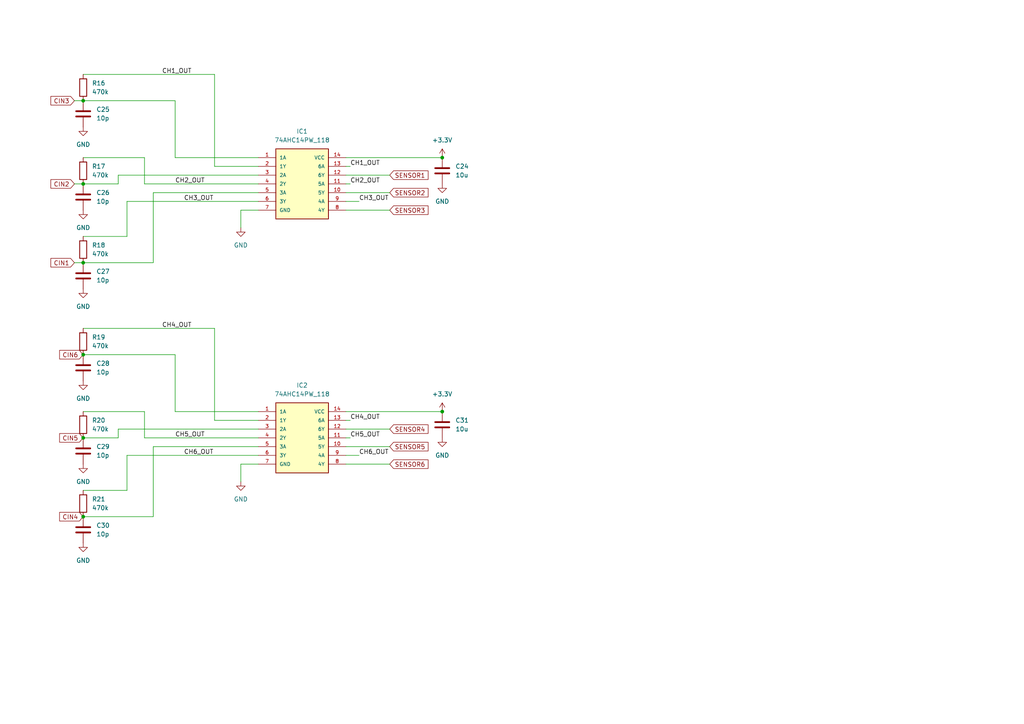
<source format=kicad_sch>
(kicad_sch (version 20231120) (generator "eeschema") (generator_version "8.0")
  (paper "A4")
  (lib_symbols
    (symbol "74AHC14PW_118:74AHC14PW_118" (pin_names (offset 1.016))
      (property "Reference" "IC" (at 21.59 7.62 0))
      (property "Value" "74AHC14PW_118" (at 21.59 5.08 0))
      (symbol "74AHC14PW_118_0_0"
        (rectangle (start 5.08 -17.78) (end 20.32 2.54) (stroke (width 0.254)) (fill (type background)))
        (pin bidirectional line (at 0 0 0) (length 5.08) (name "1A") (number "1"))
        (pin bidirectional line (at 25.4 -10.16 180) (length 5.08) (name "5Y") (number "10"))
        (pin bidirectional line (at 25.4 -7.62 180) (length 5.08) (name "5A") (number "11"))
        (pin bidirectional line (at 25.4 -5.08 180) (length 5.08) (name "6Y") (number "12"))
        (pin bidirectional line (at 25.4 -2.54 180) (length 5.08) (name "6A") (number "13"))
        (pin bidirectional line (at 25.4 0 180) (length 5.08) (name "VCC") (number "14"))
        (pin bidirectional line (at 0 -2.54 0) (length 5.08) (name "1Y") (number "2"))
        (pin bidirectional line (at 0 -5.08 0) (length 5.08) (name "2A") (number "3"))
        (pin bidirectional line (at 0 -7.62 0) (length 5.08) (name "2Y") (number "4"))
        (pin bidirectional line (at 0 -10.16 0) (length 5.08) (name "3A") (number "5"))
        (pin bidirectional line (at 0 -12.7 0) (length 5.08) (name "3Y") (number "6"))
        (pin bidirectional line (at 0 -15.24 0) (length 5.08) (name "GND") (number "7"))
        (pin bidirectional line (at 25.4 -15.24 180) (length 5.08) (name "4Y") (number "8"))
        (pin bidirectional line (at 25.4 -12.7 180) (length 5.08) (name "4A") (number "9"))
      )
    )
    (symbol "Device:C" (pin_numbers hide) (pin_names (offset 0.254))
      (property "Reference" "C" (at 0.635 2.54 0))
      (property "Value" "C" (at 0.635 -2.54 0))
      (symbol "C_0_1"
        (polyline (pts (xy -2.032 -0.762) (xy 2.032 -0.762)) (stroke (width 0.508)))
        (polyline (pts (xy -2.032 0.762) (xy 2.032 0.762)) (stroke (width 0.508)))
      )
      (symbol "C_1_1"
        (pin passive line (at 0 3.81 270) (length 2.794) (name "~") (number "1"))
        (pin passive line (at 0 -3.81 90) (length 2.794) (name "~") (number "2"))
      )
    )
    (symbol "Device:R" (pin_numbers hide) (pin_names (offset 0))
      (property "Reference" "R" (at 2.032 0 90))
      (property "Value" "R" (at 0 0 90))
      (symbol "R_0_1"
        (rectangle (start -1.016 -2.54) (end 1.016 2.54) (stroke (width 0.254)))
      )
      (symbol "R_1_1"
        (pin passive line (at 0 3.81 270) (length 1.27) (name "~") (number "1"))
        (pin passive line (at 0 -3.81 90) (length 1.27) (name "~") (number "2"))
      )
    )
    (symbol "power:+3.3V" (power) (pin_names (offset 0))
      (property "Value" "+3.3V" (at 0 3.556 0))
      (symbol "+3.3V_0_1"
        (polyline (pts (xy -0.762 1.27) (xy 0 2.54)))
        (polyline (pts (xy 0 0) (xy 0 2.54)))
        (polyline (pts (xy 0 2.54) (xy 0.762 1.27)))
      )
      (symbol "+3.3V_1_1"
        (pin power_in line (at 0 0 90) (length 0) hide (name "+3.3V") (number "1"))
      )
    )
    (symbol "power:GND" (power) (pin_numbers hide) (pin_names (offset 0) hide)
      (property "Value" "GND" (at 0 -3.81 0))
      (symbol "GND_0_1"
        (polyline (pts (xy 0 0) (xy 0 -1.27) (xy 1.27 -1.27) (xy 0 -2.54) (xy -1.27 -1.27) (xy 0 -1.27)))
      )
      (symbol "GND_1_1"
        (pin power_in line (at 0 0 270) (length 0) (name "~") (number "1"))
      )
    )
  )
  (junction (at 24.13 149.86))
  (junction (at 24.13 102.87))
  (junction (at 24.13 127))
  (junction (at 24.13 76.2))
  (junction (at 24.13 29.21))
  (junction (at 128.27 119.38))
  (junction (at 24.13 53.34))
  (junction (at 128.27 45.72))
  (wire (pts (xy 74.93 121.92) (xy 62.23 121.92)))
  (wire (pts (xy 100.33 48.26) (xy 101.6 48.26)))
  (wire (pts (xy 100.33 55.88) (xy 113.03 55.88)))
  (wire (pts (xy 44.45 149.86) (xy 24.13 149.86)))
  (wire (pts (xy 100.33 132.08) (xy 104.14 132.08)))
  (wire (pts (xy 21.59 76.2) (xy 24.13 76.2)))
  (wire (pts (xy 62.23 121.92) (xy 62.23 95.25)))
  (wire (pts (xy 36.83 132.08) (xy 36.83 142.24)))
  (wire (pts (xy 41.91 53.34) (xy 41.91 45.72)))
  (wire (pts (xy 50.8 29.21) (xy 50.8 45.72)))
  (wire (pts (xy 74.93 50.8) (xy 34.29 50.8)))
  (wire (pts (xy 44.45 76.2) (xy 24.13 76.2)))
  (wire (pts (xy 74.93 58.42) (xy 36.83 58.42)))
  (wire (pts (xy 36.83 132.08) (xy 74.93 132.08)))
  (wire (pts (xy 100.33 60.96) (xy 113.03 60.96)))
  (wire (pts (xy 50.8 29.21) (xy 24.13 29.21)))
  (wire (pts (xy 62.23 21.59) (xy 24.13 21.59)))
  (wire (pts (xy 74.93 127) (xy 41.91 127)))
  (wire (pts (xy 74.93 48.26) (xy 62.23 48.26)))
  (wire (pts (xy 50.8 102.87) (xy 50.8 119.38)))
  (wire (pts (xy 21.59 29.21) (xy 24.13 29.21)))
  (wire (pts (xy 34.29 124.46) (xy 34.29 127)))
  (wire (pts (xy 62.23 48.26) (xy 62.23 21.59)))
  (wire (pts (xy 100.33 121.92) (xy 101.6 121.92)))
  (wire (pts (xy 41.91 119.38) (xy 24.13 119.38)))
  (wire (pts (xy 74.93 129.54) (xy 44.45 129.54)))
  (wire (pts (xy 34.29 50.8) (xy 34.29 53.34)))
  (wire (pts (xy 74.93 55.88) (xy 44.45 55.88)))
  (wire (pts (xy 74.93 134.62) (xy 69.85 134.62)))
  (wire (pts (xy 74.93 124.46) (xy 34.29 124.46)))
  (wire (pts (xy 69.85 134.62) (xy 69.85 139.7)))
  (wire (pts (xy 36.83 58.42) (xy 36.83 68.58)))
  (wire (pts (xy 74.93 119.38) (xy 50.8 119.38)))
  (wire (pts (xy 100.33 53.34) (xy 101.6 53.34)))
  (wire (pts (xy 100.33 45.72) (xy 128.27 45.72)))
  (wire (pts (xy 44.45 129.54) (xy 44.45 149.86)))
  (wire (pts (xy 74.93 60.96) (xy 69.85 60.96)))
  (wire (pts (xy 100.33 124.46) (xy 113.03 124.46)))
  (wire (pts (xy 34.29 53.34) (xy 24.13 53.34)))
  (wire (pts (xy 74.93 53.34) (xy 41.91 53.34)))
  (wire (pts (xy 36.83 68.58) (xy 24.13 68.58)))
  (wire (pts (xy 41.91 45.72) (xy 24.13 45.72)))
  (wire (pts (xy 50.8 102.87) (xy 24.13 102.87)))
  (wire (pts (xy 100.33 50.8) (xy 113.03 50.8)))
  (wire (pts (xy 41.91 127) (xy 41.91 119.38)))
  (wire (pts (xy 62.23 95.25) (xy 24.13 95.25)))
  (wire (pts (xy 69.85 60.96) (xy 69.85 66.04)))
  (wire (pts (xy 36.83 142.24) (xy 24.13 142.24)))
  (wire (pts (xy 100.33 134.62) (xy 113.03 134.62)))
  (wire (pts (xy 100.33 58.42) (xy 104.14 58.42)))
  (wire (pts (xy 100.33 119.38) (xy 128.27 119.38)))
  (wire (pts (xy 74.93 45.72) (xy 50.8 45.72)))
  (wire (pts (xy 34.29 127) (xy 24.13 127)))
  (wire (pts (xy 44.45 55.88) (xy 44.45 76.2)))
  (wire (pts (xy 100.33 127) (xy 101.6 127)))
  (wire (pts (xy 21.59 53.34) (xy 24.13 53.34)))
  (wire (pts (xy 100.33 129.54) (xy 113.03 129.54)))
  (label "CH1_OUT" (at 46.99 21.59 0))
  (label "CH1_OUT" (at 101.6 48.26 0))
  (label "CH2_OUT" (at 50.8 53.34 0))
  (label "CH3_OUT" (at 104.14 58.42 0))
  (label "CH5_OUT" (at 101.6 127 0))
  (label "CH4_OUT" (at 101.6 121.92 0))
  (label "CH4_OUT" (at 46.99 95.25 0))
  (label "CH2_OUT" (at 101.6 53.34 0))
  (label "CH6_OUT" (at 104.14 132.08 0))
  (label "CH5_OUT" (at 50.8 127 0))
  (label "CH3_OUT" (at 53.34 58.42 0))
  (label "CH6_OUT" (at 53.34 132.08 0))
  (global_label "CIN3" (shape input) (at 21.59 29.21 180) (property "Intersheetrefs" "${INTERSHEET_REFS}" (effects (hide yes))))
  (global_label "CIN1" (shape input) (at 21.59 76.2 180) (property "Intersheetrefs" "${INTERSHEET_REFS}" (effects (hide yes))))
  (global_label "CIN5" (shape input) (at 24.13 127 180) (property "Intersheetrefs" "${INTERSHEET_REFS}" (effects (hide yes))))
  (global_label "SENSOR6" (shape input) (at 113.03 134.62 0) (property "Intersheetrefs" "${INTERSHEET_REFS}" (effects (hide yes))))
  (global_label "CIN4" (shape input) (at 24.13 149.86 180) (property "Intersheetrefs" "${INTERSHEET_REFS}" (effects (hide yes))))
  (global_label "SENSOR2" (shape input) (at 113.03 55.88 0) (property "Intersheetrefs" "${INTERSHEET_REFS}" (effects (hide yes))))
  (global_label "SENSOR5" (shape input) (at 113.03 129.54 0) (property "Intersheetrefs" "${INTERSHEET_REFS}" (effects (hide yes))))
  (global_label "CIN2" (shape input) (at 21.59 53.34 180) (property "Intersheetrefs" "${INTERSHEET_REFS}" (effects (hide yes))))
  (global_label "CIN6" (shape input) (at 24.13 102.87 180) (property "Intersheetrefs" "${INTERSHEET_REFS}" (effects (hide yes))))
  (global_label "SENSOR4" (shape input) (at 113.03 124.46 0) (property "Intersheetrefs" "${INTERSHEET_REFS}" (effects (hide yes))))
  (global_label "SENSOR3" (shape input) (at 113.03 60.96 0) (property "Intersheetrefs" "${INTERSHEET_REFS}" (effects (hide yes))))
  (global_label "SENSOR1" (shape input) (at 113.03 50.8 0) (property "Intersheetrefs" "${INTERSHEET_REFS}" (effects (hide yes))))
  (symbol (lib_id "power:GND") (at 24.13 60.96 0) (unit 1)
    (property "Reference" "#PWR050" (effects (hide yes)))
    (property "Value" "GND" (at 24.13 66.04 0))
    (property "Description" "Power symbol creates a global label with name \"GND\" , ground" (effects (hide yes)))
  )
  (symbol (lib_id "Device:R") (at 24.13 25.4 0) (unit 1)
    (property "Reference" "R16" (at 26.67 24.1299 0) (effects (justify left)))
    (property "Value" "470k" (at 26.67 26.6699 0) (effects (justify left)))
    (property "Footprint" "Resistor_SMD:R_0805_2012Metric_Pad1.20x1.40mm_HandSolder" (effects (hide yes)))
    (property "Description" "Resistor" (effects (hide yes)))
  )
  (symbol (lib_id "Device:R") (at 24.13 146.05 0) (unit 1)
    (property "Reference" "R21" (at 26.67 144.7799 0) (effects (justify left)))
    (property "Value" "470k" (at 26.67 147.3199 0) (effects (justify left)))
    (property "Footprint" "Resistor_SMD:R_0805_2012Metric_Pad1.20x1.40mm_HandSolder" (effects (hide yes)))
    (property "Description" "Resistor" (effects (hide yes)))
  )
  (symbol (lib_id "power:GND") (at 24.13 36.83 0) (unit 1)
    (property "Reference" "#PWR048" (effects (hide yes)))
    (property "Value" "GND" (at 24.13 41.91 0))
    (property "Description" "Power symbol creates a global label with name \"GND\" , ground" (effects (hide yes)))
  )
  (symbol (lib_id "Device:C") (at 24.13 80.01 0) (unit 1)
    (property "Reference" "C27" (at 27.94 78.7399 0) (effects (justify left)))
    (property "Value" "10p" (at 27.94 81.2799 0) (effects (justify left)))
    (property "Footprint" "Capacitor_SMD:C_0805_2012Metric_Pad1.18x1.45mm_HandSolder" (effects (hide yes)))
    (property "Description" "Unpolarized capacitor" (effects (hide yes)))
  )
  (symbol (lib_id "power:GND") (at 128.27 53.34 0) (unit 1)
    (property "Reference" "#PWR075" (effects (hide yes)))
    (property "Value" "GND" (at 128.27 58.42 0))
    (property "Description" "Power symbol creates a global label with name \"GND\" , ground" (effects (hide yes)))
  )
  (symbol (lib_id "power:GND") (at 24.13 110.49 0) (unit 1)
    (property "Reference" "#PWR056" (effects (hide yes)))
    (property "Value" "GND" (at 24.13 115.57 0))
    (property "Description" "Power symbol creates a global label with name \"GND\" , ground" (effects (hide yes)))
  )
  (symbol (lib_id "power:GND") (at 24.13 83.82 0) (unit 1)
    (property "Reference" "#PWR052" (effects (hide yes)))
    (property "Value" "GND" (at 24.13 88.9 0))
    (property "Description" "Power symbol creates a global label with name \"GND\" , ground" (effects (hide yes)))
  )
  (symbol (lib_id "Device:C") (at 24.13 57.15 0) (unit 1)
    (property "Reference" "C26" (at 27.94 55.8799 0) (effects (justify left)))
    (property "Value" "10p" (at 27.94 58.4199 0) (effects (justify left)))
    (property "Footprint" "Capacitor_SMD:C_0805_2012Metric_Pad1.18x1.45mm_HandSolder" (effects (hide yes)))
    (property "Description" "Unpolarized capacitor" (effects (hide yes)))
  )
  (symbol (lib_id "power:+3.3V") (at 128.27 119.38 0) (unit 1)
    (property "Reference" "#PWR077" (effects (hide yes)))
    (property "Value" "+3.3V" (at 128.27 114.3 0))
  )
  (symbol (lib_id "Device:C") (at 24.13 106.68 0) (unit 1)
    (property "Reference" "C28" (at 27.94 105.4099 0) (effects (justify left)))
    (property "Value" "10p" (at 27.94 107.9499 0) (effects (justify left)))
    (property "Footprint" "Capacitor_SMD:C_0805_2012Metric_Pad1.18x1.45mm_HandSolder" (effects (hide yes)))
    (property "Description" "Unpolarized capacitor" (effects (hide yes)))
  )
  (symbol (lib_id "power:+3.3V") (at 128.27 45.72 0) (unit 1)
    (property "Reference" "#PWR054" (effects (hide yes)))
    (property "Value" "+3.3V" (at 128.27 40.64 0))
  )
  (symbol (lib_id "power:GND") (at 69.85 139.7 0) (unit 1)
    (property "Reference" "#PWR062" (effects (hide yes)))
    (property "Value" "GND" (at 69.85 144.78 0))
    (property "Description" "Power symbol creates a global label with name \"GND\" , ground" (effects (hide yes)))
  )
  (symbol (lib_id "power:GND") (at 69.85 66.04 0) (unit 1)
    (property "Reference" "#PWR076" (effects (hide yes)))
    (property "Value" "GND" (at 69.85 71.12 0))
    (property "Description" "Power symbol creates a global label with name \"GND\" , ground" (effects (hide yes)))
  )
  (symbol (lib_id "Device:R") (at 24.13 123.19 0) (unit 1)
    (property "Reference" "R20" (at 26.67 121.9199 0) (effects (justify left)))
    (property "Value" "470k" (at 26.67 124.4599 0) (effects (justify left)))
    (property "Footprint" "Resistor_SMD:R_0805_2012Metric_Pad1.20x1.40mm_HandSolder" (effects (hide yes)))
    (property "Description" "Resistor" (effects (hide yes)))
  )
  (symbol (lib_id "Device:R") (at 24.13 99.06 0) (unit 1)
    (property "Reference" "R19" (at 26.67 97.7899 0) (effects (justify left)))
    (property "Value" "470k" (at 26.67 100.3299 0) (effects (justify left)))
    (property "Footprint" "Resistor_SMD:R_0805_2012Metric_Pad1.20x1.40mm_HandSolder" (effects (hide yes)))
    (property "Description" "Resistor" (effects (hide yes)))
  )
  (symbol (lib_id "Device:C") (at 128.27 123.19 0) (unit 1)
    (property "Reference" "C31" (at 132.08 121.9199 0) (effects (justify left)))
    (property "Value" "10u" (at 132.08 124.4599 0) (effects (justify left)))
    (property "Footprint" "Capacitor_SMD:C_0805_2012Metric_Pad1.18x1.45mm_HandSolder" (effects (hide yes)))
    (property "Description" "Unpolarized capacitor" (effects (hide yes)))
  )
  (symbol (lib_id "Device:C") (at 24.13 33.02 0) (unit 1)
    (property "Reference" "C25" (at 27.94 31.7499 0) (effects (justify left)))
    (property "Value" "10p" (at 27.94 34.2899 0) (effects (justify left)))
    (property "Footprint" "Capacitor_SMD:C_0805_2012Metric_Pad1.18x1.45mm_HandSolder" (effects (hide yes)))
    (property "Description" "Unpolarized capacitor" (effects (hide yes)))
  )
  (symbol (lib_id "power:GND") (at 128.27 127 0) (unit 1)
    (property "Reference" "#PWR078" (effects (hide yes)))
    (property "Value" "GND" (at 128.27 132.08 0))
    (property "Description" "Power symbol creates a global label with name \"GND\" , ground" (effects (hide yes)))
  )
  (symbol (lib_id "Device:C") (at 24.13 153.67 0) (unit 1)
    (property "Reference" "C30" (at 27.94 152.3999 0) (effects (justify left)))
    (property "Value" "10p" (at 27.94 154.9399 0) (effects (justify left)))
    (property "Footprint" "Capacitor_SMD:C_0805_2012Metric_Pad1.18x1.45mm_HandSolder" (effects (hide yes)))
    (property "Description" "Unpolarized capacitor" (effects (hide yes)))
  )
  (symbol (lib_id "Device:R") (at 24.13 72.39 0) (unit 1)
    (property "Reference" "R18" (at 26.67 71.1199 0) (effects (justify left)))
    (property "Value" "470k" (at 26.67 73.6599 0) (effects (justify left)))
    (property "Footprint" "Resistor_SMD:R_0805_2012Metric_Pad1.20x1.40mm_HandSolder" (effects (hide yes)))
    (property "Description" "Resistor" (effects (hide yes)))
  )
  (symbol (lib_id "Device:C") (at 128.27 49.53 0) (unit 1)
    (property "Reference" "C24" (at 132.08 48.2599 0) (effects (justify left)))
    (property "Value" "10u" (at 132.08 50.7999 0) (effects (justify left)))
    (property "Footprint" "Capacitor_SMD:C_0805_2012Metric_Pad1.18x1.45mm_HandSolder" (effects (hide yes)))
    (property "Description" "Unpolarized capacitor" (effects (hide yes)))
  )
  (symbol (lib_id "power:GND") (at 24.13 134.62 0) (unit 1)
    (property "Reference" "#PWR058" (effects (hide yes)))
    (property "Value" "GND" (at 24.13 139.7 0))
    (property "Description" "Power symbol creates a global label with name \"GND\" , ground" (effects (hide yes)))
  )
  (symbol (lib_id "74AHC14PW_118:74AHC14PW_118") (at 74.93 45.72 0) (unit 1)
    (property "Reference" "IC1" (at 87.63 38.1 0))
    (property "Value" "74AHC14PW_118" (at 87.63 40.64 0))
    (property "Footprint" "74AHC14PW_118:SOP65P640X110-14N" (effects (hide yes)))
    (property "MANUFACTURER_NAME" "Nexperia" (effects (hide yes)))
    (property "MF" "NXP Semiconductors" (effects (hide yes)))
    (property "MOUSER_PRICE-STOCK" "https://www.mouser.co.uk/ProductDetail/Nexperia/74AHC14PW118?qs=P62ublwmbi8tGn335UptUw%3D%3D" (effects (hide yes)))
    (property "DESCRIPTION" "74AHC(T)14 - Hex inverting Schmitt trigger@en-us" (effects (hide yes)))
    (property "MOUSER_PART_NUMBER" "771-74AHC14PW-T" (effects (hide yes)))
    (property "Price" "None" (effects (hide yes)))
    (property "Package" "TSSOP-14 Texas Instruments" (effects (hide yes)))
    (property "Check_prices" "https://www.snapeda.com/parts/74AHC14PW,118/NXP+Semiconductors/view-part/?ref=eda" (effects (hide yes)))
    (property "HEIGHT" "1.1mm" (effects (hide yes)))
    (property "MP" "74AHC14PW,118" (effects (hide yes)))
    (property "SnapEDA_Link" "https://www.snapeda.com/parts/74AHC14PW,118/NXP+Semiconductors/view-part/?ref=snap" (effects (hide yes)))
    (property "ARROW_PRICE-STOCK" "https://www.arrow.com/en/products/74ahc14pw118/nexperia?region=europe" (effects (hide yes)))
    (property "ARROW_PART_NUMBER" "74AHC14PW,118" (effects (hide yes)))
    (property "Description_1" "\n                        \n                            74AHC Series 5.5V High-Speed Si-gate CMOS Hex Inverting Schmitt Trigger-TSSOP-14\n                        \n" (effects (hide yes)))
    (property "Availability" "In Stock" (effects (hide yes)))
    (property "MANUFACTURER_PART_NUMBER" "74AHC14PW,118" (effects (hide yes)))
  )
  (symbol (lib_id "Device:R") (at 24.13 49.53 0) (unit 1)
    (property "Reference" "R17" (at 26.67 48.2599 0) (effects (justify left)))
    (property "Value" "470k" (at 26.67 50.7999 0) (effects (justify left)))
    (property "Footprint" "Resistor_SMD:R_0805_2012Metric_Pad1.20x1.40mm_HandSolder" (effects (hide yes)))
    (property "Description" "Resistor" (effects (hide yes)))
  )
  (symbol (lib_id "74AHC14PW_118:74AHC14PW_118") (at 74.93 119.38 0) (unit 1)
    (property "Reference" "IC2" (at 87.63 111.76 0))
    (property "Value" "74AHC14PW_118" (at 87.63 114.3 0))
    (property "Footprint" "74AHC14PW_118:SOP65P640X110-14N" (effects (hide yes)))
    (property "MANUFACTURER_NAME" "Nexperia" (effects (hide yes)))
    (property "MF" "NXP Semiconductors" (effects (hide yes)))
    (property "MOUSER_PRICE-STOCK" "https://www.mouser.co.uk/ProductDetail/Nexperia/74AHC14PW118?qs=P62ublwmbi8tGn335UptUw%3D%3D" (effects (hide yes)))
    (property "DESCRIPTION" "74AHC(T)14 - Hex inverting Schmitt trigger@en-us" (effects (hide yes)))
    (property "MOUSER_PART_NUMBER" "771-74AHC14PW-T" (effects (hide yes)))
    (property "Price" "None" (effects (hide yes)))
    (property "Package" "TSSOP-14 Texas Instruments" (effects (hide yes)))
    (property "Check_prices" "https://www.snapeda.com/parts/74AHC14PW,118/NXP+Semiconductors/view-part/?ref=eda" (effects (hide yes)))
    (property "HEIGHT" "1.1mm" (effects (hide yes)))
    (property "MP" "74AHC14PW,118" (effects (hide yes)))
    (property "SnapEDA_Link" "https://www.snapeda.com/parts/74AHC14PW,118/NXP+Semiconductors/view-part/?ref=snap" (effects (hide yes)))
    (property "ARROW_PRICE-STOCK" "https://www.arrow.com/en/products/74ahc14pw118/nexperia?region=europe" (effects (hide yes)))
    (property "ARROW_PART_NUMBER" "74AHC14PW,118" (effects (hide yes)))
    (property "Description_1" "\n                        \n                            74AHC Series 5.5V High-Speed Si-gate CMOS Hex Inverting Schmitt Trigger-TSSOP-14\n                        \n" (effects (hide yes)))
    (property "Availability" "In Stock" (effects (hide yes)))
    (property "MANUFACTURER_PART_NUMBER" "74AHC14PW,118" (effects (hide yes)))
  )
  (symbol (lib_id "Device:C") (at 24.13 130.81 0) (unit 1)
    (property "Reference" "C29" (at 27.94 129.5399 0) (effects (justify left)))
    (property "Value" "10p" (at 27.94 132.0799 0) (effects (justify left)))
    (property "Footprint" "Capacitor_SMD:C_0805_2012Metric_Pad1.18x1.45mm_HandSolder" (effects (hide yes)))
    (property "Description" "Unpolarized capacitor" (effects (hide yes)))
  )
  (symbol (lib_id "power:GND") (at 24.13 157.48 0) (unit 1)
    (property "Reference" "#PWR060" (effects (hide yes)))
    (property "Value" "GND" (at 24.13 162.56 0))
    (property "Description" "Power symbol creates a global label with name \"GND\" , ground" (effects (hide yes)))
  )
)
</source>
